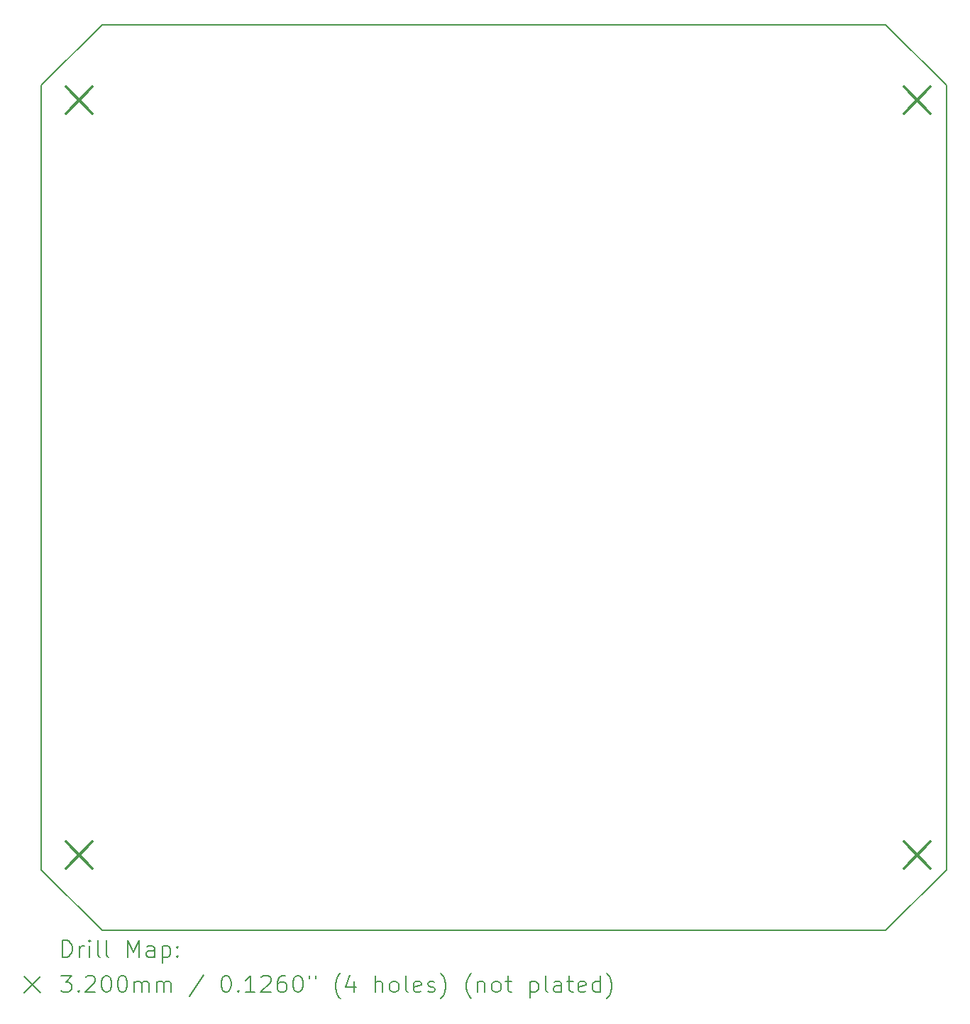
<source format=gbr>
%TF.GenerationSoftware,KiCad,Pcbnew,7.0.7*%
%TF.CreationDate,2024-01-03T18:52:02-05:00*%
%TF.ProjectId,sunlight_pcb,73756e6c-6967-4687-945f-7063622e6b69,rev?*%
%TF.SameCoordinates,Original*%
%TF.FileFunction,Drillmap*%
%TF.FilePolarity,Positive*%
%FSLAX45Y45*%
G04 Gerber Fmt 4.5, Leading zero omitted, Abs format (unit mm)*
G04 Created by KiCad (PCBNEW 7.0.7) date 2024-01-03 18:52:02*
%MOMM*%
%LPD*%
G01*
G04 APERTURE LIST*
%ADD10C,0.150000*%
%ADD11C,0.200000*%
%ADD12C,0.320000*%
G04 APERTURE END LIST*
D10*
X8200000Y-13675000D02*
X8200000Y-4325000D01*
X18275000Y-14400000D02*
X8925000Y-14400000D01*
X19000000Y-4325000D02*
X19000000Y-13675000D01*
X8925000Y-3600000D02*
X18275000Y-3600000D01*
X8200000Y-4325000D02*
X8925000Y-3600000D01*
X8200000Y-13675000D02*
X8925000Y-14400000D01*
X18275000Y-14400000D02*
X19000000Y-13675000D01*
X18275000Y-3600000D02*
X19000000Y-4325000D01*
D11*
D12*
X8490000Y-4340000D02*
X8810000Y-4660000D01*
X8810000Y-4340000D02*
X8490000Y-4660000D01*
X8490000Y-13340000D02*
X8810000Y-13660000D01*
X8810000Y-13340000D02*
X8490000Y-13660000D01*
X18490000Y-4340000D02*
X18810000Y-4660000D01*
X18810000Y-4340000D02*
X18490000Y-4660000D01*
X18490000Y-13340000D02*
X18810000Y-13660000D01*
X18810000Y-13340000D02*
X18490000Y-13660000D01*
D11*
X8453277Y-14718984D02*
X8453277Y-14518984D01*
X8453277Y-14518984D02*
X8500896Y-14518984D01*
X8500896Y-14518984D02*
X8529467Y-14528508D01*
X8529467Y-14528508D02*
X8548515Y-14547555D01*
X8548515Y-14547555D02*
X8558039Y-14566603D01*
X8558039Y-14566603D02*
X8567563Y-14604698D01*
X8567563Y-14604698D02*
X8567563Y-14633269D01*
X8567563Y-14633269D02*
X8558039Y-14671365D01*
X8558039Y-14671365D02*
X8548515Y-14690412D01*
X8548515Y-14690412D02*
X8529467Y-14709460D01*
X8529467Y-14709460D02*
X8500896Y-14718984D01*
X8500896Y-14718984D02*
X8453277Y-14718984D01*
X8653277Y-14718984D02*
X8653277Y-14585650D01*
X8653277Y-14623746D02*
X8662801Y-14604698D01*
X8662801Y-14604698D02*
X8672324Y-14595174D01*
X8672324Y-14595174D02*
X8691372Y-14585650D01*
X8691372Y-14585650D02*
X8710420Y-14585650D01*
X8777086Y-14718984D02*
X8777086Y-14585650D01*
X8777086Y-14518984D02*
X8767563Y-14528508D01*
X8767563Y-14528508D02*
X8777086Y-14538031D01*
X8777086Y-14538031D02*
X8786610Y-14528508D01*
X8786610Y-14528508D02*
X8777086Y-14518984D01*
X8777086Y-14518984D02*
X8777086Y-14538031D01*
X8900896Y-14718984D02*
X8881848Y-14709460D01*
X8881848Y-14709460D02*
X8872324Y-14690412D01*
X8872324Y-14690412D02*
X8872324Y-14518984D01*
X9005658Y-14718984D02*
X8986610Y-14709460D01*
X8986610Y-14709460D02*
X8977086Y-14690412D01*
X8977086Y-14690412D02*
X8977086Y-14518984D01*
X9234229Y-14718984D02*
X9234229Y-14518984D01*
X9234229Y-14518984D02*
X9300896Y-14661841D01*
X9300896Y-14661841D02*
X9367563Y-14518984D01*
X9367563Y-14518984D02*
X9367563Y-14718984D01*
X9548515Y-14718984D02*
X9548515Y-14614222D01*
X9548515Y-14614222D02*
X9538991Y-14595174D01*
X9538991Y-14595174D02*
X9519944Y-14585650D01*
X9519944Y-14585650D02*
X9481848Y-14585650D01*
X9481848Y-14585650D02*
X9462801Y-14595174D01*
X9548515Y-14709460D02*
X9529467Y-14718984D01*
X9529467Y-14718984D02*
X9481848Y-14718984D01*
X9481848Y-14718984D02*
X9462801Y-14709460D01*
X9462801Y-14709460D02*
X9453277Y-14690412D01*
X9453277Y-14690412D02*
X9453277Y-14671365D01*
X9453277Y-14671365D02*
X9462801Y-14652317D01*
X9462801Y-14652317D02*
X9481848Y-14642793D01*
X9481848Y-14642793D02*
X9529467Y-14642793D01*
X9529467Y-14642793D02*
X9548515Y-14633269D01*
X9643753Y-14585650D02*
X9643753Y-14785650D01*
X9643753Y-14595174D02*
X9662801Y-14585650D01*
X9662801Y-14585650D02*
X9700896Y-14585650D01*
X9700896Y-14585650D02*
X9719944Y-14595174D01*
X9719944Y-14595174D02*
X9729467Y-14604698D01*
X9729467Y-14604698D02*
X9738991Y-14623746D01*
X9738991Y-14623746D02*
X9738991Y-14680888D01*
X9738991Y-14680888D02*
X9729467Y-14699936D01*
X9729467Y-14699936D02*
X9719944Y-14709460D01*
X9719944Y-14709460D02*
X9700896Y-14718984D01*
X9700896Y-14718984D02*
X9662801Y-14718984D01*
X9662801Y-14718984D02*
X9643753Y-14709460D01*
X9824705Y-14699936D02*
X9834229Y-14709460D01*
X9834229Y-14709460D02*
X9824705Y-14718984D01*
X9824705Y-14718984D02*
X9815182Y-14709460D01*
X9815182Y-14709460D02*
X9824705Y-14699936D01*
X9824705Y-14699936D02*
X9824705Y-14718984D01*
X9824705Y-14595174D02*
X9834229Y-14604698D01*
X9834229Y-14604698D02*
X9824705Y-14614222D01*
X9824705Y-14614222D02*
X9815182Y-14604698D01*
X9815182Y-14604698D02*
X9824705Y-14595174D01*
X9824705Y-14595174D02*
X9824705Y-14614222D01*
X7992500Y-14947500D02*
X8192500Y-15147500D01*
X8192500Y-14947500D02*
X7992500Y-15147500D01*
X8434229Y-14938984D02*
X8558039Y-14938984D01*
X8558039Y-14938984D02*
X8491372Y-15015174D01*
X8491372Y-15015174D02*
X8519944Y-15015174D01*
X8519944Y-15015174D02*
X8538991Y-15024698D01*
X8538991Y-15024698D02*
X8548515Y-15034222D01*
X8548515Y-15034222D02*
X8558039Y-15053269D01*
X8558039Y-15053269D02*
X8558039Y-15100888D01*
X8558039Y-15100888D02*
X8548515Y-15119936D01*
X8548515Y-15119936D02*
X8538991Y-15129460D01*
X8538991Y-15129460D02*
X8519944Y-15138984D01*
X8519944Y-15138984D02*
X8462801Y-15138984D01*
X8462801Y-15138984D02*
X8443753Y-15129460D01*
X8443753Y-15129460D02*
X8434229Y-15119936D01*
X8643753Y-15119936D02*
X8653277Y-15129460D01*
X8653277Y-15129460D02*
X8643753Y-15138984D01*
X8643753Y-15138984D02*
X8634229Y-15129460D01*
X8634229Y-15129460D02*
X8643753Y-15119936D01*
X8643753Y-15119936D02*
X8643753Y-15138984D01*
X8729467Y-14958031D02*
X8738991Y-14948508D01*
X8738991Y-14948508D02*
X8758039Y-14938984D01*
X8758039Y-14938984D02*
X8805658Y-14938984D01*
X8805658Y-14938984D02*
X8824705Y-14948508D01*
X8824705Y-14948508D02*
X8834229Y-14958031D01*
X8834229Y-14958031D02*
X8843753Y-14977079D01*
X8843753Y-14977079D02*
X8843753Y-14996127D01*
X8843753Y-14996127D02*
X8834229Y-15024698D01*
X8834229Y-15024698D02*
X8719944Y-15138984D01*
X8719944Y-15138984D02*
X8843753Y-15138984D01*
X8967563Y-14938984D02*
X8986610Y-14938984D01*
X8986610Y-14938984D02*
X9005658Y-14948508D01*
X9005658Y-14948508D02*
X9015182Y-14958031D01*
X9015182Y-14958031D02*
X9024705Y-14977079D01*
X9024705Y-14977079D02*
X9034229Y-15015174D01*
X9034229Y-15015174D02*
X9034229Y-15062793D01*
X9034229Y-15062793D02*
X9024705Y-15100888D01*
X9024705Y-15100888D02*
X9015182Y-15119936D01*
X9015182Y-15119936D02*
X9005658Y-15129460D01*
X9005658Y-15129460D02*
X8986610Y-15138984D01*
X8986610Y-15138984D02*
X8967563Y-15138984D01*
X8967563Y-15138984D02*
X8948515Y-15129460D01*
X8948515Y-15129460D02*
X8938991Y-15119936D01*
X8938991Y-15119936D02*
X8929467Y-15100888D01*
X8929467Y-15100888D02*
X8919944Y-15062793D01*
X8919944Y-15062793D02*
X8919944Y-15015174D01*
X8919944Y-15015174D02*
X8929467Y-14977079D01*
X8929467Y-14977079D02*
X8938991Y-14958031D01*
X8938991Y-14958031D02*
X8948515Y-14948508D01*
X8948515Y-14948508D02*
X8967563Y-14938984D01*
X9158039Y-14938984D02*
X9177086Y-14938984D01*
X9177086Y-14938984D02*
X9196134Y-14948508D01*
X9196134Y-14948508D02*
X9205658Y-14958031D01*
X9205658Y-14958031D02*
X9215182Y-14977079D01*
X9215182Y-14977079D02*
X9224705Y-15015174D01*
X9224705Y-15015174D02*
X9224705Y-15062793D01*
X9224705Y-15062793D02*
X9215182Y-15100888D01*
X9215182Y-15100888D02*
X9205658Y-15119936D01*
X9205658Y-15119936D02*
X9196134Y-15129460D01*
X9196134Y-15129460D02*
X9177086Y-15138984D01*
X9177086Y-15138984D02*
X9158039Y-15138984D01*
X9158039Y-15138984D02*
X9138991Y-15129460D01*
X9138991Y-15129460D02*
X9129467Y-15119936D01*
X9129467Y-15119936D02*
X9119944Y-15100888D01*
X9119944Y-15100888D02*
X9110420Y-15062793D01*
X9110420Y-15062793D02*
X9110420Y-15015174D01*
X9110420Y-15015174D02*
X9119944Y-14977079D01*
X9119944Y-14977079D02*
X9129467Y-14958031D01*
X9129467Y-14958031D02*
X9138991Y-14948508D01*
X9138991Y-14948508D02*
X9158039Y-14938984D01*
X9310420Y-15138984D02*
X9310420Y-15005650D01*
X9310420Y-15024698D02*
X9319944Y-15015174D01*
X9319944Y-15015174D02*
X9338991Y-15005650D01*
X9338991Y-15005650D02*
X9367563Y-15005650D01*
X9367563Y-15005650D02*
X9386610Y-15015174D01*
X9386610Y-15015174D02*
X9396134Y-15034222D01*
X9396134Y-15034222D02*
X9396134Y-15138984D01*
X9396134Y-15034222D02*
X9405658Y-15015174D01*
X9405658Y-15015174D02*
X9424705Y-15005650D01*
X9424705Y-15005650D02*
X9453277Y-15005650D01*
X9453277Y-15005650D02*
X9472325Y-15015174D01*
X9472325Y-15015174D02*
X9481848Y-15034222D01*
X9481848Y-15034222D02*
X9481848Y-15138984D01*
X9577086Y-15138984D02*
X9577086Y-15005650D01*
X9577086Y-15024698D02*
X9586610Y-15015174D01*
X9586610Y-15015174D02*
X9605658Y-15005650D01*
X9605658Y-15005650D02*
X9634229Y-15005650D01*
X9634229Y-15005650D02*
X9653277Y-15015174D01*
X9653277Y-15015174D02*
X9662801Y-15034222D01*
X9662801Y-15034222D02*
X9662801Y-15138984D01*
X9662801Y-15034222D02*
X9672325Y-15015174D01*
X9672325Y-15015174D02*
X9691372Y-15005650D01*
X9691372Y-15005650D02*
X9719944Y-15005650D01*
X9719944Y-15005650D02*
X9738991Y-15015174D01*
X9738991Y-15015174D02*
X9748515Y-15034222D01*
X9748515Y-15034222D02*
X9748515Y-15138984D01*
X10138991Y-14929460D02*
X9967563Y-15186603D01*
X10396134Y-14938984D02*
X10415182Y-14938984D01*
X10415182Y-14938984D02*
X10434229Y-14948508D01*
X10434229Y-14948508D02*
X10443753Y-14958031D01*
X10443753Y-14958031D02*
X10453277Y-14977079D01*
X10453277Y-14977079D02*
X10462801Y-15015174D01*
X10462801Y-15015174D02*
X10462801Y-15062793D01*
X10462801Y-15062793D02*
X10453277Y-15100888D01*
X10453277Y-15100888D02*
X10443753Y-15119936D01*
X10443753Y-15119936D02*
X10434229Y-15129460D01*
X10434229Y-15129460D02*
X10415182Y-15138984D01*
X10415182Y-15138984D02*
X10396134Y-15138984D01*
X10396134Y-15138984D02*
X10377087Y-15129460D01*
X10377087Y-15129460D02*
X10367563Y-15119936D01*
X10367563Y-15119936D02*
X10358039Y-15100888D01*
X10358039Y-15100888D02*
X10348515Y-15062793D01*
X10348515Y-15062793D02*
X10348515Y-15015174D01*
X10348515Y-15015174D02*
X10358039Y-14977079D01*
X10358039Y-14977079D02*
X10367563Y-14958031D01*
X10367563Y-14958031D02*
X10377087Y-14948508D01*
X10377087Y-14948508D02*
X10396134Y-14938984D01*
X10548515Y-15119936D02*
X10558039Y-15129460D01*
X10558039Y-15129460D02*
X10548515Y-15138984D01*
X10548515Y-15138984D02*
X10538991Y-15129460D01*
X10538991Y-15129460D02*
X10548515Y-15119936D01*
X10548515Y-15119936D02*
X10548515Y-15138984D01*
X10748515Y-15138984D02*
X10634229Y-15138984D01*
X10691372Y-15138984D02*
X10691372Y-14938984D01*
X10691372Y-14938984D02*
X10672325Y-14967555D01*
X10672325Y-14967555D02*
X10653277Y-14986603D01*
X10653277Y-14986603D02*
X10634229Y-14996127D01*
X10824706Y-14958031D02*
X10834229Y-14948508D01*
X10834229Y-14948508D02*
X10853277Y-14938984D01*
X10853277Y-14938984D02*
X10900896Y-14938984D01*
X10900896Y-14938984D02*
X10919944Y-14948508D01*
X10919944Y-14948508D02*
X10929468Y-14958031D01*
X10929468Y-14958031D02*
X10938991Y-14977079D01*
X10938991Y-14977079D02*
X10938991Y-14996127D01*
X10938991Y-14996127D02*
X10929468Y-15024698D01*
X10929468Y-15024698D02*
X10815182Y-15138984D01*
X10815182Y-15138984D02*
X10938991Y-15138984D01*
X11110420Y-14938984D02*
X11072325Y-14938984D01*
X11072325Y-14938984D02*
X11053277Y-14948508D01*
X11053277Y-14948508D02*
X11043753Y-14958031D01*
X11043753Y-14958031D02*
X11024706Y-14986603D01*
X11024706Y-14986603D02*
X11015182Y-15024698D01*
X11015182Y-15024698D02*
X11015182Y-15100888D01*
X11015182Y-15100888D02*
X11024706Y-15119936D01*
X11024706Y-15119936D02*
X11034229Y-15129460D01*
X11034229Y-15129460D02*
X11053277Y-15138984D01*
X11053277Y-15138984D02*
X11091372Y-15138984D01*
X11091372Y-15138984D02*
X11110420Y-15129460D01*
X11110420Y-15129460D02*
X11119944Y-15119936D01*
X11119944Y-15119936D02*
X11129468Y-15100888D01*
X11129468Y-15100888D02*
X11129468Y-15053269D01*
X11129468Y-15053269D02*
X11119944Y-15034222D01*
X11119944Y-15034222D02*
X11110420Y-15024698D01*
X11110420Y-15024698D02*
X11091372Y-15015174D01*
X11091372Y-15015174D02*
X11053277Y-15015174D01*
X11053277Y-15015174D02*
X11034229Y-15024698D01*
X11034229Y-15024698D02*
X11024706Y-15034222D01*
X11024706Y-15034222D02*
X11015182Y-15053269D01*
X11253277Y-14938984D02*
X11272325Y-14938984D01*
X11272325Y-14938984D02*
X11291372Y-14948508D01*
X11291372Y-14948508D02*
X11300896Y-14958031D01*
X11300896Y-14958031D02*
X11310420Y-14977079D01*
X11310420Y-14977079D02*
X11319944Y-15015174D01*
X11319944Y-15015174D02*
X11319944Y-15062793D01*
X11319944Y-15062793D02*
X11310420Y-15100888D01*
X11310420Y-15100888D02*
X11300896Y-15119936D01*
X11300896Y-15119936D02*
X11291372Y-15129460D01*
X11291372Y-15129460D02*
X11272325Y-15138984D01*
X11272325Y-15138984D02*
X11253277Y-15138984D01*
X11253277Y-15138984D02*
X11234229Y-15129460D01*
X11234229Y-15129460D02*
X11224706Y-15119936D01*
X11224706Y-15119936D02*
X11215182Y-15100888D01*
X11215182Y-15100888D02*
X11205658Y-15062793D01*
X11205658Y-15062793D02*
X11205658Y-15015174D01*
X11205658Y-15015174D02*
X11215182Y-14977079D01*
X11215182Y-14977079D02*
X11224706Y-14958031D01*
X11224706Y-14958031D02*
X11234229Y-14948508D01*
X11234229Y-14948508D02*
X11253277Y-14938984D01*
X11396134Y-14938984D02*
X11396134Y-14977079D01*
X11472325Y-14938984D02*
X11472325Y-14977079D01*
X11767563Y-15215174D02*
X11758039Y-15205650D01*
X11758039Y-15205650D02*
X11738991Y-15177079D01*
X11738991Y-15177079D02*
X11729468Y-15158031D01*
X11729468Y-15158031D02*
X11719944Y-15129460D01*
X11719944Y-15129460D02*
X11710420Y-15081841D01*
X11710420Y-15081841D02*
X11710420Y-15043746D01*
X11710420Y-15043746D02*
X11719944Y-14996127D01*
X11719944Y-14996127D02*
X11729468Y-14967555D01*
X11729468Y-14967555D02*
X11738991Y-14948508D01*
X11738991Y-14948508D02*
X11758039Y-14919936D01*
X11758039Y-14919936D02*
X11767563Y-14910412D01*
X11929468Y-15005650D02*
X11929468Y-15138984D01*
X11881848Y-14929460D02*
X11834229Y-15072317D01*
X11834229Y-15072317D02*
X11958039Y-15072317D01*
X12186610Y-15138984D02*
X12186610Y-14938984D01*
X12272325Y-15138984D02*
X12272325Y-15034222D01*
X12272325Y-15034222D02*
X12262801Y-15015174D01*
X12262801Y-15015174D02*
X12243753Y-15005650D01*
X12243753Y-15005650D02*
X12215182Y-15005650D01*
X12215182Y-15005650D02*
X12196134Y-15015174D01*
X12196134Y-15015174D02*
X12186610Y-15024698D01*
X12396134Y-15138984D02*
X12377087Y-15129460D01*
X12377087Y-15129460D02*
X12367563Y-15119936D01*
X12367563Y-15119936D02*
X12358039Y-15100888D01*
X12358039Y-15100888D02*
X12358039Y-15043746D01*
X12358039Y-15043746D02*
X12367563Y-15024698D01*
X12367563Y-15024698D02*
X12377087Y-15015174D01*
X12377087Y-15015174D02*
X12396134Y-15005650D01*
X12396134Y-15005650D02*
X12424706Y-15005650D01*
X12424706Y-15005650D02*
X12443753Y-15015174D01*
X12443753Y-15015174D02*
X12453277Y-15024698D01*
X12453277Y-15024698D02*
X12462801Y-15043746D01*
X12462801Y-15043746D02*
X12462801Y-15100888D01*
X12462801Y-15100888D02*
X12453277Y-15119936D01*
X12453277Y-15119936D02*
X12443753Y-15129460D01*
X12443753Y-15129460D02*
X12424706Y-15138984D01*
X12424706Y-15138984D02*
X12396134Y-15138984D01*
X12577087Y-15138984D02*
X12558039Y-15129460D01*
X12558039Y-15129460D02*
X12548515Y-15110412D01*
X12548515Y-15110412D02*
X12548515Y-14938984D01*
X12729468Y-15129460D02*
X12710420Y-15138984D01*
X12710420Y-15138984D02*
X12672325Y-15138984D01*
X12672325Y-15138984D02*
X12653277Y-15129460D01*
X12653277Y-15129460D02*
X12643753Y-15110412D01*
X12643753Y-15110412D02*
X12643753Y-15034222D01*
X12643753Y-15034222D02*
X12653277Y-15015174D01*
X12653277Y-15015174D02*
X12672325Y-15005650D01*
X12672325Y-15005650D02*
X12710420Y-15005650D01*
X12710420Y-15005650D02*
X12729468Y-15015174D01*
X12729468Y-15015174D02*
X12738991Y-15034222D01*
X12738991Y-15034222D02*
X12738991Y-15053269D01*
X12738991Y-15053269D02*
X12643753Y-15072317D01*
X12815182Y-15129460D02*
X12834230Y-15138984D01*
X12834230Y-15138984D02*
X12872325Y-15138984D01*
X12872325Y-15138984D02*
X12891372Y-15129460D01*
X12891372Y-15129460D02*
X12900896Y-15110412D01*
X12900896Y-15110412D02*
X12900896Y-15100888D01*
X12900896Y-15100888D02*
X12891372Y-15081841D01*
X12891372Y-15081841D02*
X12872325Y-15072317D01*
X12872325Y-15072317D02*
X12843753Y-15072317D01*
X12843753Y-15072317D02*
X12824706Y-15062793D01*
X12824706Y-15062793D02*
X12815182Y-15043746D01*
X12815182Y-15043746D02*
X12815182Y-15034222D01*
X12815182Y-15034222D02*
X12824706Y-15015174D01*
X12824706Y-15015174D02*
X12843753Y-15005650D01*
X12843753Y-15005650D02*
X12872325Y-15005650D01*
X12872325Y-15005650D02*
X12891372Y-15015174D01*
X12967563Y-15215174D02*
X12977087Y-15205650D01*
X12977087Y-15205650D02*
X12996134Y-15177079D01*
X12996134Y-15177079D02*
X13005658Y-15158031D01*
X13005658Y-15158031D02*
X13015182Y-15129460D01*
X13015182Y-15129460D02*
X13024706Y-15081841D01*
X13024706Y-15081841D02*
X13024706Y-15043746D01*
X13024706Y-15043746D02*
X13015182Y-14996127D01*
X13015182Y-14996127D02*
X13005658Y-14967555D01*
X13005658Y-14967555D02*
X12996134Y-14948508D01*
X12996134Y-14948508D02*
X12977087Y-14919936D01*
X12977087Y-14919936D02*
X12967563Y-14910412D01*
X13329468Y-15215174D02*
X13319944Y-15205650D01*
X13319944Y-15205650D02*
X13300896Y-15177079D01*
X13300896Y-15177079D02*
X13291372Y-15158031D01*
X13291372Y-15158031D02*
X13281849Y-15129460D01*
X13281849Y-15129460D02*
X13272325Y-15081841D01*
X13272325Y-15081841D02*
X13272325Y-15043746D01*
X13272325Y-15043746D02*
X13281849Y-14996127D01*
X13281849Y-14996127D02*
X13291372Y-14967555D01*
X13291372Y-14967555D02*
X13300896Y-14948508D01*
X13300896Y-14948508D02*
X13319944Y-14919936D01*
X13319944Y-14919936D02*
X13329468Y-14910412D01*
X13405658Y-15005650D02*
X13405658Y-15138984D01*
X13405658Y-15024698D02*
X13415182Y-15015174D01*
X13415182Y-15015174D02*
X13434230Y-15005650D01*
X13434230Y-15005650D02*
X13462801Y-15005650D01*
X13462801Y-15005650D02*
X13481849Y-15015174D01*
X13481849Y-15015174D02*
X13491372Y-15034222D01*
X13491372Y-15034222D02*
X13491372Y-15138984D01*
X13615182Y-15138984D02*
X13596134Y-15129460D01*
X13596134Y-15129460D02*
X13586611Y-15119936D01*
X13586611Y-15119936D02*
X13577087Y-15100888D01*
X13577087Y-15100888D02*
X13577087Y-15043746D01*
X13577087Y-15043746D02*
X13586611Y-15024698D01*
X13586611Y-15024698D02*
X13596134Y-15015174D01*
X13596134Y-15015174D02*
X13615182Y-15005650D01*
X13615182Y-15005650D02*
X13643753Y-15005650D01*
X13643753Y-15005650D02*
X13662801Y-15015174D01*
X13662801Y-15015174D02*
X13672325Y-15024698D01*
X13672325Y-15024698D02*
X13681849Y-15043746D01*
X13681849Y-15043746D02*
X13681849Y-15100888D01*
X13681849Y-15100888D02*
X13672325Y-15119936D01*
X13672325Y-15119936D02*
X13662801Y-15129460D01*
X13662801Y-15129460D02*
X13643753Y-15138984D01*
X13643753Y-15138984D02*
X13615182Y-15138984D01*
X13738992Y-15005650D02*
X13815182Y-15005650D01*
X13767563Y-14938984D02*
X13767563Y-15110412D01*
X13767563Y-15110412D02*
X13777087Y-15129460D01*
X13777087Y-15129460D02*
X13796134Y-15138984D01*
X13796134Y-15138984D02*
X13815182Y-15138984D01*
X14034230Y-15005650D02*
X14034230Y-15205650D01*
X14034230Y-15015174D02*
X14053277Y-15005650D01*
X14053277Y-15005650D02*
X14091373Y-15005650D01*
X14091373Y-15005650D02*
X14110420Y-15015174D01*
X14110420Y-15015174D02*
X14119944Y-15024698D01*
X14119944Y-15024698D02*
X14129468Y-15043746D01*
X14129468Y-15043746D02*
X14129468Y-15100888D01*
X14129468Y-15100888D02*
X14119944Y-15119936D01*
X14119944Y-15119936D02*
X14110420Y-15129460D01*
X14110420Y-15129460D02*
X14091373Y-15138984D01*
X14091373Y-15138984D02*
X14053277Y-15138984D01*
X14053277Y-15138984D02*
X14034230Y-15129460D01*
X14243753Y-15138984D02*
X14224706Y-15129460D01*
X14224706Y-15129460D02*
X14215182Y-15110412D01*
X14215182Y-15110412D02*
X14215182Y-14938984D01*
X14405658Y-15138984D02*
X14405658Y-15034222D01*
X14405658Y-15034222D02*
X14396134Y-15015174D01*
X14396134Y-15015174D02*
X14377087Y-15005650D01*
X14377087Y-15005650D02*
X14338992Y-15005650D01*
X14338992Y-15005650D02*
X14319944Y-15015174D01*
X14405658Y-15129460D02*
X14386611Y-15138984D01*
X14386611Y-15138984D02*
X14338992Y-15138984D01*
X14338992Y-15138984D02*
X14319944Y-15129460D01*
X14319944Y-15129460D02*
X14310420Y-15110412D01*
X14310420Y-15110412D02*
X14310420Y-15091365D01*
X14310420Y-15091365D02*
X14319944Y-15072317D01*
X14319944Y-15072317D02*
X14338992Y-15062793D01*
X14338992Y-15062793D02*
X14386611Y-15062793D01*
X14386611Y-15062793D02*
X14405658Y-15053269D01*
X14472325Y-15005650D02*
X14548515Y-15005650D01*
X14500896Y-14938984D02*
X14500896Y-15110412D01*
X14500896Y-15110412D02*
X14510420Y-15129460D01*
X14510420Y-15129460D02*
X14529468Y-15138984D01*
X14529468Y-15138984D02*
X14548515Y-15138984D01*
X14691373Y-15129460D02*
X14672325Y-15138984D01*
X14672325Y-15138984D02*
X14634230Y-15138984D01*
X14634230Y-15138984D02*
X14615182Y-15129460D01*
X14615182Y-15129460D02*
X14605658Y-15110412D01*
X14605658Y-15110412D02*
X14605658Y-15034222D01*
X14605658Y-15034222D02*
X14615182Y-15015174D01*
X14615182Y-15015174D02*
X14634230Y-15005650D01*
X14634230Y-15005650D02*
X14672325Y-15005650D01*
X14672325Y-15005650D02*
X14691373Y-15015174D01*
X14691373Y-15015174D02*
X14700896Y-15034222D01*
X14700896Y-15034222D02*
X14700896Y-15053269D01*
X14700896Y-15053269D02*
X14605658Y-15072317D01*
X14872325Y-15138984D02*
X14872325Y-14938984D01*
X14872325Y-15129460D02*
X14853277Y-15138984D01*
X14853277Y-15138984D02*
X14815182Y-15138984D01*
X14815182Y-15138984D02*
X14796134Y-15129460D01*
X14796134Y-15129460D02*
X14786611Y-15119936D01*
X14786611Y-15119936D02*
X14777087Y-15100888D01*
X14777087Y-15100888D02*
X14777087Y-15043746D01*
X14777087Y-15043746D02*
X14786611Y-15024698D01*
X14786611Y-15024698D02*
X14796134Y-15015174D01*
X14796134Y-15015174D02*
X14815182Y-15005650D01*
X14815182Y-15005650D02*
X14853277Y-15005650D01*
X14853277Y-15005650D02*
X14872325Y-15015174D01*
X14948515Y-15215174D02*
X14958039Y-15205650D01*
X14958039Y-15205650D02*
X14977087Y-15177079D01*
X14977087Y-15177079D02*
X14986611Y-15158031D01*
X14986611Y-15158031D02*
X14996134Y-15129460D01*
X14996134Y-15129460D02*
X15005658Y-15081841D01*
X15005658Y-15081841D02*
X15005658Y-15043746D01*
X15005658Y-15043746D02*
X14996134Y-14996127D01*
X14996134Y-14996127D02*
X14986611Y-14967555D01*
X14986611Y-14967555D02*
X14977087Y-14948508D01*
X14977087Y-14948508D02*
X14958039Y-14919936D01*
X14958039Y-14919936D02*
X14948515Y-14910412D01*
M02*

</source>
